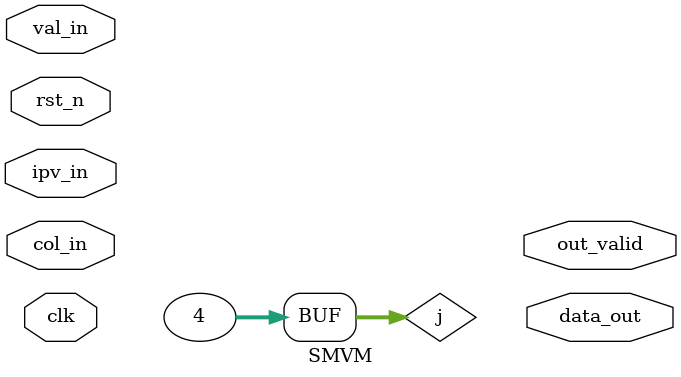
<source format=v>
module SMVM(
  input         clk,
  input         rst_n,
  input  [7:0]  val_in,
  input  [7:0]  col_in,
  input         ipv_in,
  output        out_valid,
  output [23:0] data_out,
);

///////////////////////////////////////////
/////          parameter              /////
///////////////////////////////////////////
parameter k = 4;

// state
parameter IDLE   = 3'b000;    // no op/ input shape
parameter VEC_IN = 3'b001;    // input vector
parameter MAT_IN = 3'b010;    // input matrix
parameter CAL    = 3'b011;    // calculate
parameter OUT    = 3'b100;    // output

///////////////////////////////////////////
/////          reg & wire             /////
///////////////////////////////////////////

// FFs
reg        [3:0] state, next_state;
reg        [7:0] vec_count, next_vec_count; // count vector input
reg        [2:0] input_count, next_input_count; // count to k and start operation
reg        [7:0] rows, next_rows;
reg        [7:0] cols, next_cols;
reg signed [7:0] vec[0:127], next_vec[0:127]; // save vector
reg signed [7:0] val[0:k-1], next_val[0:k-1]; // k * value
reg        [7:0] col[0:k-1], next_col[0:k-1]; // k * column index
reg              ipv[0:k-1], next_ipv[0:k-1]; // k * ipv

// inter connect
// alu
reg [8*k-1:0] alu_mat_in;
reg [8*k-1:0] alu_vec_in;
reg [15:0]    alu_l1_out;
reg           alu_l1_en;

// reducer
reg  [k-1:0]   reducer_ipv_in;
wire [k-1:0]   vov;

///////////////////////////////////////////
/////           submodule             /////
///////////////////////////////////////////
Map_table_L1 map_l1();
Map_table_L2 map_l2();
Map_table_L3 map_l3();
Map_table_L4 map_l4();

ALU_L1 alu_l1(
  .matrix_in(alu_mat_in),
  .vector_in(alu_vec_in),
  .L1_out(alu_l1_out),
  .en(alu_l1_en)
);
ALU_L2 alu_l2();
ALU_L3 alu_l3();
ALU_L4 alu_l4();

IPV_encoder encoder();
IPV_reducer reducer(
  .clk(clk),
  .rst_n(rst_n),
  .ipv_in(reducer_ipv_in),
  .vov(vov)
);

AAC aac_l();
AAC aac_r();

///////////////////////////////////////////
/////          combinational          /////
///////////////////////////////////////////

// state logic
always @(*) begin
  case(state)
    IDLE   : next_state = val_in ? VEC_IN : IDLE;
    VEC_IN : begin
      if (vec_count == cols-1) next_state = MAT_IN;
      else next_state = VEC_IN;
    end
    MAT_IN : next_state = val_in ? MAT_IN : CAL;
    CAL    : next_state = CAL;  // FIXME
    OUT    : next_state = IDLE; // FIXME
    default: next_state = IDLE; 
  endcase
end

// input logic
integer j;
always @(*) begin
  next_rows = rows;
  next_cols = cols;
  next_input_count = input_count;
  next_vec_count = vec_count;
  for (j = 0; j < 128; j=j+1) begin
    next_vec[j] = vec[j];
  end
  for (j = 0; j < k; j=j+1) begin
    next_val[j] = val[j];
  end
  for (j = 0; j < k; j=j+1) begin
    next_ipv[j] = ipv[j];
  end
  case(state)
    IDLE: begin
      if (val_in) begin
        next_rows = val_in;
        next_cols = col_in;
      end
      else begin
        next_rows = 0;
        next_rows = 0;
      end
    end
    VEC_IN: begin
      // state
      if (vec_count == cols-1) next_vec_count = 0;
      else next_vec_count = vec_count + 1;

      // value
      next_vec[vec_count] = data_in;
    end
    MAT_IN: begin
      // state
      if (val_in) begin
        if (input_count == k-1) begin
          next_input_count = 0;
        end
        else begin
          next_input_count = input_count + 1;
        end
      end
      else begin
        next_input_count = 0;
      end

      // value
      if (val_in) begin
        next_val[input_count] = val_in;
        next_col[input_count] = col_in;
        next_ipv[input_count] = ipv_in;
      end
    end
    // CAL, OUT no input
  endcase
end

// ALU L1 input logic
integer l;
always @(*) begin
  if (input_count == k-1) begin
    for (l = 0; l < k; l=l+1) begin
      alu_mat_in[8*(k-l)-1:8*(k-l+1)] = val[l];
      alu_vec_in[8*(k-l)-1:8*(k-l+1)] = vec[col[l]];
    end
  end
  else begin
    alu_mat_in = 0;
    alu_vec_in = 0;
  end
end

// IPV reducer input logic
always @(*) begin
  if (state == MAT_IN) begin
    reducer_ipv_in = ipv_in;
  end
  else begin
    reducer_ipv_in = 0;
  end
end


///////////////////////////////////////////
/////           sequential            /////
///////////////////////////////////////////
integer i;
always@ (posedge clk or negedge rst_n) begin
  if (!rst_n) begin
    state <= IDLE;
    rows <= 0;
    cols <= 0;
    input_count <= 0;
    vec_count <= 0;
    for (i = 0; i < 128; i=i+1) begin
      vec[i] <= 0;
    end
    for (i = 0; i < k; i=i+1) begin
      val[i] <= 0;
    end
    for (i = 0; i < k; i=i+1) begin
      col[i] <= 0;
    end
    for (i = 0; i < k; i=i+1) begin
      ipv[i] <= 0;
    end
  end
  else begin
    state <= next_state;
    rows <= next_rows;
    cols <= next_cols;
    vec_count <= next_vec_count;
    input_count <= next_input_count;
    for (i = 0; i < 128; i=i+1) begin
      vec[i] <= next_vec[i];
    end
    for (i = 0; i < k; i=i+1) begin
      val[i] <= next_val[i];
    end
    for (i = 0; i < k; i=i+1) begin
      col[i] <= next_col[i];
    end
    for (i = 0; i < k; i=i+1) begin
      ipv[i] <= next_ipv[i];
    end
  end
end


endmodule

</source>
